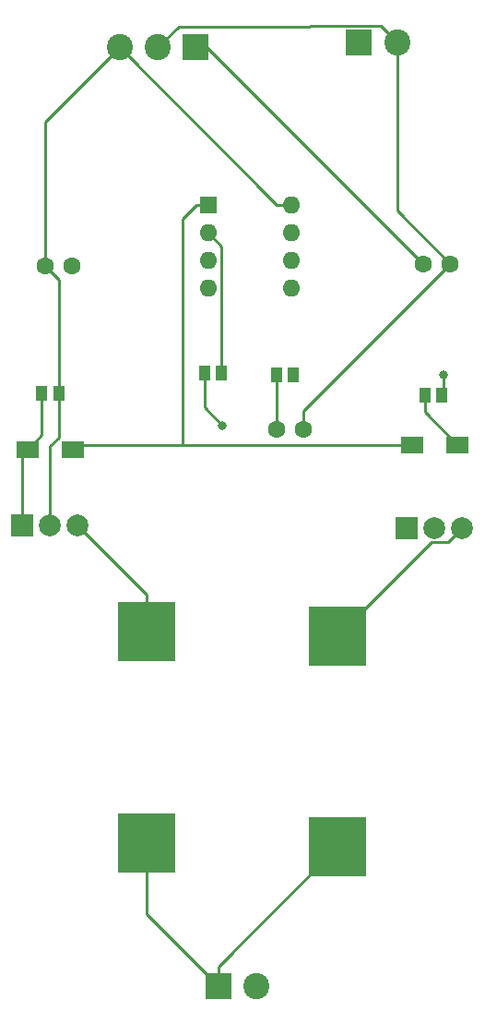
<source format=gbr>
%TF.GenerationSoftware,KiCad,Pcbnew,7.0.2-0*%
%TF.CreationDate,2024-01-04T17:04:27-05:00*%
%TF.ProjectId,AudioAmplifier,41756469-6f41-46d7-906c-69666965722e,rev?*%
%TF.SameCoordinates,Original*%
%TF.FileFunction,Copper,L1,Top*%
%TF.FilePolarity,Positive*%
%FSLAX46Y46*%
G04 Gerber Fmt 4.6, Leading zero omitted, Abs format (unit mm)*
G04 Created by KiCad (PCBNEW 7.0.2-0) date 2024-01-04 17:04:27*
%MOMM*%
%LPD*%
G01*
G04 APERTURE LIST*
%TA.AperFunction,ComponentPad*%
%ADD10R,1.600000X1.600000*%
%TD*%
%TA.AperFunction,ComponentPad*%
%ADD11O,1.600000X1.600000*%
%TD*%
%TA.AperFunction,SMDPad,CuDef*%
%ADD12R,5.308600X5.461000*%
%TD*%
%TA.AperFunction,ComponentPad*%
%ADD13C,1.600000*%
%TD*%
%TA.AperFunction,SMDPad,CuDef*%
%ADD14R,1.016000X1.397000*%
%TD*%
%TA.AperFunction,ComponentPad*%
%ADD15R,2.010000X2.010000*%
%TD*%
%TA.AperFunction,ComponentPad*%
%ADD16C,2.010000*%
%TD*%
%TA.AperFunction,ComponentPad*%
%ADD17R,2.400000X2.400000*%
%TD*%
%TA.AperFunction,ComponentPad*%
%ADD18C,2.400000*%
%TD*%
%TA.AperFunction,SMDPad,CuDef*%
%ADD19R,2.100000X1.500000*%
%TD*%
%TA.AperFunction,ViaPad*%
%ADD20C,0.800000*%
%TD*%
%TA.AperFunction,Conductor*%
%ADD21C,0.250000*%
%TD*%
G04 APERTURE END LIST*
D10*
%TO.P,J2,1,Pin_1*%
%TO.N,/1-Out*%
X151038400Y-70774400D03*
D11*
%TO.P,J2,2,Pin_2*%
%TO.N,Net-(J2-Pin_2)*%
X151038400Y-73314400D03*
%TO.P,J2,3,Pin_3*%
%TO.N,/AudIn*%
X151038400Y-75854400D03*
%TO.P,J2,4,Pin_4*%
%TO.N,/-12V*%
X151038400Y-78394400D03*
%TO.P,J2,5,Pin_5*%
%TO.N,unconnected-(J2-Pin_5-Pad5)*%
X158658400Y-78394400D03*
%TO.P,J2,6,Pin_6*%
%TO.N,unconnected-(J2-Pin_6-Pad6)*%
X158658400Y-75854400D03*
%TO.P,J2,7,Pin_7*%
%TO.N,unconnected-(J2-Pin_7-Pad7)*%
X158658400Y-73314400D03*
%TO.P,J2,8,Pin_8*%
%TO.N,/+12V*%
X158658400Y-70774400D03*
%TD*%
D12*
%TO.P,R9,1*%
%TO.N,Net-(Q1-E)*%
X145389600Y-109905800D03*
%TO.P,R9,2*%
%TO.N,Net-(J4-Pin_1)*%
X145389600Y-129260600D03*
%TD*%
D13*
%TO.P,C3,1*%
%TO.N,/+12V*%
X136082400Y-76352400D03*
%TO.P,C3,2*%
%TO.N,/GND*%
X138582400Y-76352400D03*
%TD*%
D14*
%TO.P,R1,1*%
%TO.N,Net-(BR2-K)*%
X135788400Y-88036400D03*
%TO.P,R1,2*%
%TO.N,/+12V*%
X137337800Y-88036400D03*
%TD*%
D15*
%TO.P,Q3,1,B*%
%TO.N,Net-(BR1-A)*%
X169316400Y-100380800D03*
D16*
%TO.P,Q3,2,C*%
%TO.N,/-12V*%
X171856400Y-100380800D03*
%TO.P,Q3,3,E*%
%TO.N,Net-(Q3-E)*%
X174396400Y-100380800D03*
%TD*%
D14*
%TO.P,R2,1*%
%TO.N,Net-(BR1-A)*%
X170942000Y-88239600D03*
%TO.P,R2,2*%
%TO.N,/-12V*%
X172491400Y-88239600D03*
%TD*%
D13*
%TO.P,C2,1*%
%TO.N,/-12V*%
X170789600Y-76200000D03*
%TO.P,C2,2*%
%TO.N,/GND*%
X173289600Y-76200000D03*
%TD*%
%TO.P,C1,1*%
%TO.N,/GND*%
X159816800Y-91389200D03*
%TO.P,C1,2*%
%TO.N,Net-(C1-Pad2)*%
X157316800Y-91389200D03*
%TD*%
D12*
%TO.P,R11,1*%
%TO.N,Net-(Q3-E)*%
X162966400Y-110286800D03*
%TO.P,R11,2*%
%TO.N,Net-(J4-Pin_1)*%
X162966400Y-129641600D03*
%TD*%
D15*
%TO.P,Q1,1,B*%
%TO.N,Net-(BR2-K)*%
X134010400Y-100177600D03*
D16*
%TO.P,Q1,2,C*%
%TO.N,/+12V*%
X136550400Y-100177600D03*
%TO.P,Q1,3,E*%
%TO.N,Net-(Q1-E)*%
X139090400Y-100177600D03*
%TD*%
D17*
%TO.P,J3,1,Pin_1*%
%TO.N,/AudIn*%
X164902000Y-55880000D03*
D18*
%TO.P,J3,2,Pin_2*%
%TO.N,/GND*%
X168402000Y-55880000D03*
%TD*%
D19*
%TO.P,BR1,1,K*%
%TO.N,/1-Out*%
X169773600Y-92760800D03*
%TO.P,BR1,2,A*%
%TO.N,Net-(BR1-A)*%
X173973600Y-92760800D03*
%TD*%
%TO.P,BR2,1,K*%
%TO.N,Net-(BR2-K)*%
X134467600Y-93218000D03*
%TO.P,BR2,2,A*%
%TO.N,/1-Out*%
X138667600Y-93218000D03*
%TD*%
D17*
%TO.P,J1,1,Pin_1*%
%TO.N,/-12V*%
X149910800Y-56337200D03*
D18*
%TO.P,J1,2,Pin_2*%
%TO.N,/GND*%
X146410800Y-56337200D03*
%TO.P,J1,3,Pin_3*%
%TO.N,/+12V*%
X142910800Y-56337200D03*
%TD*%
D17*
%TO.P,J4,1,Pin_1*%
%TO.N,Net-(J4-Pin_1)*%
X151998800Y-142443200D03*
D18*
%TO.P,J4,2,Pin_2*%
%TO.N,/GND*%
X155498800Y-142443200D03*
%TD*%
D14*
%TO.P,R3,1*%
%TO.N,Net-(J4-Pin_1)*%
X150723600Y-86207600D03*
%TO.P,R3,2*%
%TO.N,Net-(J2-Pin_2)*%
X152273000Y-86207600D03*
%TD*%
%TO.P,R4,1*%
%TO.N,Net-(C1-Pad2)*%
X157327600Y-86360000D03*
%TO.P,R4,2*%
%TO.N,Net-(J2-Pin_2)*%
X158877000Y-86360000D03*
%TD*%
D20*
%TO.N,/-12V*%
X172669200Y-86360000D03*
%TO.N,Net-(J4-Pin_1)*%
X152349200Y-90982800D03*
%TD*%
D21*
%TO.N,/1-Out*%
X148742400Y-72020400D02*
X148742400Y-92760800D01*
X149988400Y-70774400D02*
X148742400Y-72020400D01*
X169773600Y-92760800D02*
X148742400Y-92760800D01*
X151038400Y-70774400D02*
X149988400Y-70774400D01*
X148742400Y-92760800D02*
X139124800Y-92760800D01*
X139124800Y-92760800D02*
X138667600Y-93218000D01*
%TO.N,Net-(BR1-A)*%
X170942000Y-88239600D02*
X170942000Y-89729200D01*
X170942000Y-89729200D02*
X173973600Y-92760800D01*
%TO.N,Net-(BR2-K)*%
X134010400Y-100177600D02*
X134010400Y-93675200D01*
X135788400Y-91897200D02*
X134467600Y-93218000D01*
X135788400Y-88036400D02*
X135788400Y-91897200D01*
X134010400Y-93675200D02*
X134467600Y-93218000D01*
%TO.N,/GND*%
X148341200Y-54406800D02*
X160378800Y-54406800D01*
X159816800Y-89672800D02*
X173289600Y-76200000D01*
X146410800Y-56337200D02*
X148341200Y-54406800D01*
X159816800Y-91389200D02*
X159816800Y-89672800D01*
X168402000Y-55880000D02*
X168402000Y-71312400D01*
X166877000Y-54355000D02*
X168402000Y-55880000D01*
X160378800Y-54406800D02*
X160430600Y-54355000D01*
X160430600Y-54355000D02*
X166877000Y-54355000D01*
X168402000Y-71312400D02*
X173289600Y-76200000D01*
%TO.N,Net-(C1-Pad2)*%
X157327600Y-91378400D02*
X157316800Y-91389200D01*
X157327600Y-86360000D02*
X157327600Y-91378400D01*
%TO.N,/-12V*%
X149910800Y-56337200D02*
X150926800Y-56337200D01*
X172669200Y-86360000D02*
X172669200Y-88061800D01*
X150926800Y-56337200D02*
X170789600Y-76200000D01*
X172669200Y-88061800D02*
X172491400Y-88239600D01*
%TO.N,/+12V*%
X136550400Y-92885200D02*
X137337800Y-92097800D01*
X136082400Y-76352400D02*
X137337800Y-77607800D01*
X136550400Y-100177600D02*
X136550400Y-92885200D01*
X136082400Y-76352400D02*
X136082400Y-63165600D01*
X136082400Y-63165600D02*
X142910800Y-56337200D01*
X137337800Y-77607800D02*
X137337800Y-88036400D01*
X157348000Y-70774400D02*
X158658400Y-70774400D01*
X142910800Y-56337200D02*
X157348000Y-70774400D01*
X137337800Y-92097800D02*
X137337800Y-88036400D01*
%TO.N,Net-(J2-Pin_2)*%
X151038400Y-73314400D02*
X152273000Y-74549000D01*
X152273000Y-74549000D02*
X152273000Y-86207600D01*
%TO.N,Net-(J4-Pin_1)*%
X145389600Y-129260600D02*
X145389600Y-135834000D01*
X150723600Y-86207600D02*
X150723600Y-89357200D01*
X162966400Y-129641600D02*
X151998800Y-140609200D01*
X150723600Y-89357200D02*
X152349200Y-90982800D01*
X151998800Y-140609200D02*
X151998800Y-142443200D01*
X145389600Y-135834000D02*
X151998800Y-142443200D01*
%TO.N,Net-(Q1-E)*%
X145389600Y-106476800D02*
X145389600Y-109905800D01*
X139090400Y-100177600D02*
X145389600Y-106476800D01*
%TO.N,Net-(Q3-E)*%
X173066400Y-101710800D02*
X171542400Y-101710800D01*
X171542400Y-101710800D02*
X162966400Y-110286800D01*
X174396400Y-100380800D02*
X173066400Y-101710800D01*
%TD*%
M02*

</source>
